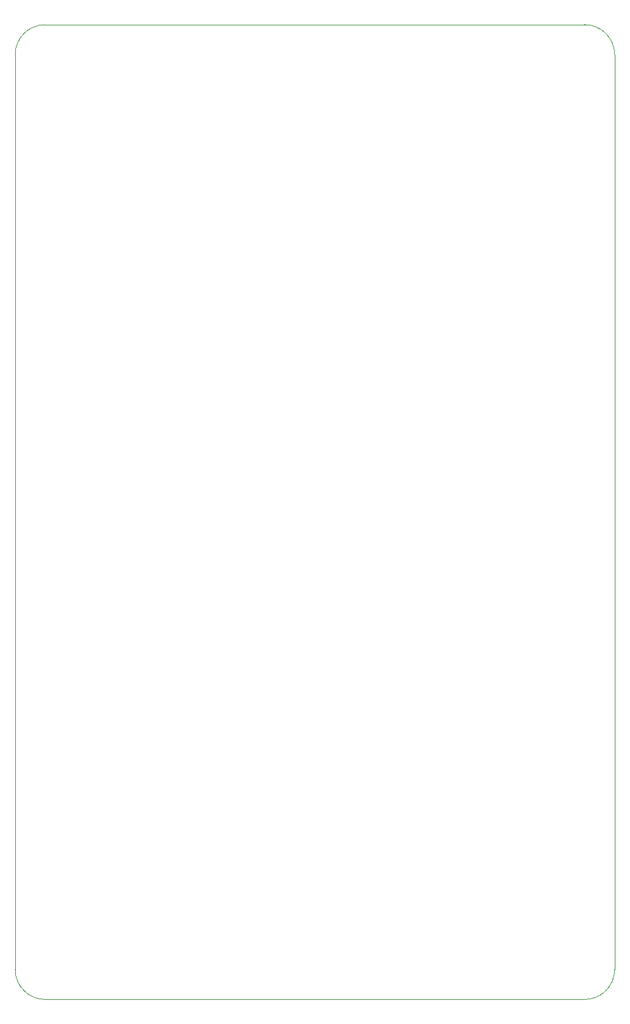
<source format=gbr>
%TF.GenerationSoftware,KiCad,Pcbnew,9.0.6-9.0.6~ubuntu24.04.1*%
%TF.CreationDate,2025-11-23T01:43:01+01:00*%
%TF.ProjectId,COM_BOARD,434f4d5f-424f-4415-9244-2e6b69636164,rev?*%
%TF.SameCoordinates,Original*%
%TF.FileFunction,Profile,NP*%
%FSLAX46Y46*%
G04 Gerber Fmt 4.6, Leading zero omitted, Abs format (unit mm)*
G04 Created by KiCad (PCBNEW 9.0.6-9.0.6~ubuntu24.04.1) date 2025-11-23 01:43:01*
%MOMM*%
%LPD*%
G01*
G04 APERTURE LIST*
%TA.AperFunction,Profile*%
%ADD10C,0.050000*%
%TD*%
G04 APERTURE END LIST*
D10*
X229030000Y-154739999D02*
X157030000Y-154739999D01*
X229030001Y-24739999D02*
G75*
G02*
X233029999Y-28739999I-1J-3999999D01*
G01*
X153030000Y-28739999D02*
X153030001Y-150739999D01*
X153030000Y-28739999D02*
G75*
G02*
X157030000Y-24739998I4000000J1D01*
G01*
X229030001Y-24739999D02*
X157030000Y-24739999D01*
X233030000Y-150739999D02*
G75*
G02*
X229030000Y-154739998I-4000000J1D01*
G01*
X233030000Y-150739999D02*
X233030001Y-28739999D01*
X157030000Y-154739999D02*
G75*
G02*
X153029999Y-150739999I0J4000001D01*
G01*
M02*

</source>
